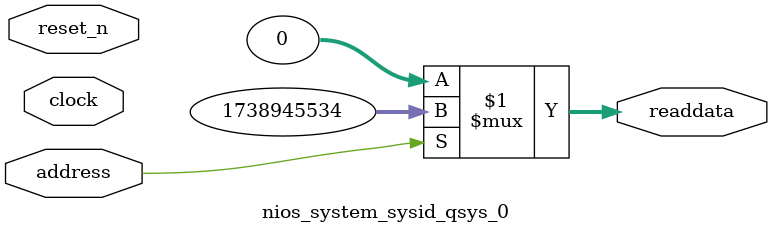
<source format=v>



// synthesis translate_off
`timescale 1ns / 1ps
// synthesis translate_on

// turn off superfluous verilog processor warnings 
// altera message_level Level1 
// altera message_off 10034 10035 10036 10037 10230 10240 10030 

module nios_system_sysid_qsys_0 (
               // inputs:
                address,
                clock,
                reset_n,

               // outputs:
                readdata
             )
;

  output  [ 31: 0] readdata;
  input            address;
  input            clock;
  input            reset_n;

  wire    [ 31: 0] readdata;
  //control_slave, which is an e_avalon_slave
  assign readdata = address ? 1738945534 : 0;

endmodule



</source>
